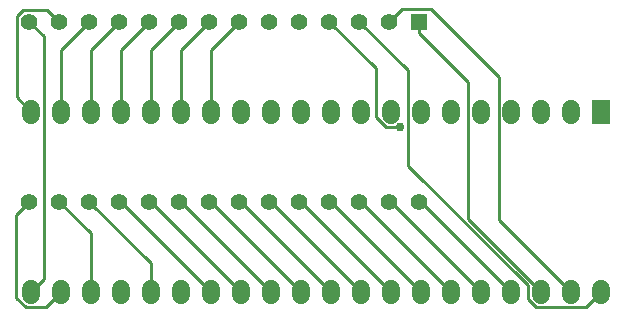
<source format=gbl>
G04 Layer: BottomLayer*
G04 EasyEDA v6.4.19.5, 2021-04-22T10:42:41+01:00*
G04 c08531f617d74a989658789653698faa,70d0fae58ee04a8b949032da60bbe542,10*
G04 Gerber Generator version 0.2*
G04 Scale: 100 percent, Rotated: No, Reflected: No *
G04 Dimensions in inches *
G04 leading zeros omitted , absolute positions ,3 integer and 6 decimal *
%FSLAX36Y36*%
%MOIN*%

%ADD10C,0.0100*%
%ADD11C,0.0300*%
%ADD12R,0.0550X0.0550*%
%ADD13C,0.0550*%
%ADD14R,0.0591X0.0787*%
%ADD15C,0.0600*%
%ADD16C,0.0591*%

%LPD*%
D10*
X210799Y108299D02*
G01*
X163199Y108299D01*
X130000Y141500D01*
X130000Y305000D01*
X-25000Y460000D01*
X780000Y-440000D02*
G01*
X539399Y-199400D01*
X539399Y274699D01*
X312100Y501900D01*
X216899Y501900D01*
X175000Y460000D01*
X75000Y460000D02*
G01*
X236899Y298099D01*
X236899Y-19699D01*
X635699Y-418499D01*
X635699Y-463699D01*
X663000Y-490900D01*
X829099Y-490900D01*
X880000Y-440000D01*
X-420000Y160000D02*
G01*
X-420000Y365000D01*
X-325000Y460000D01*
X-520000Y160000D02*
G01*
X-520000Y365000D01*
X-425000Y460000D01*
X-620000Y160000D02*
G01*
X-620000Y365000D01*
X-525000Y460000D01*
X-720000Y160000D02*
G01*
X-720000Y365000D01*
X-625000Y460000D01*
X-820000Y160000D02*
G01*
X-820000Y365000D01*
X-725000Y460000D01*
X-920000Y160000D02*
G01*
X-920000Y365000D01*
X-825000Y460000D01*
X-1020000Y160000D02*
G01*
X-1068000Y208000D01*
X-1068000Y478299D01*
X-1045799Y500500D01*
X-965500Y500500D01*
X-925000Y460000D01*
X-1020000Y-440000D02*
G01*
X-976199Y-396300D01*
X-976199Y411199D01*
X-1025000Y460000D01*
X-920000Y-440000D02*
G01*
X-970900Y-490900D01*
X-1037200Y-490900D01*
X-1068500Y-459600D01*
X-1068500Y-183499D01*
X-1025000Y-140000D01*
X-820000Y-440000D02*
G01*
X-820000Y-245000D01*
X-925000Y-140000D01*
X-620000Y-440000D02*
G01*
X-620000Y-345000D01*
X-825000Y-140000D01*
X-420000Y-440000D02*
G01*
X-720000Y-140000D01*
X-725000Y-140000D01*
X-320000Y-440000D02*
G01*
X-620000Y-140000D01*
X-625000Y-140000D01*
X-220000Y-440000D02*
G01*
X-520000Y-140000D01*
X-525000Y-140000D01*
X-120000Y-440000D02*
G01*
X-420000Y-140000D01*
X-425000Y-140000D01*
X-20000Y-440000D02*
G01*
X-320000Y-140000D01*
X-325000Y-140000D01*
X80000Y-440000D02*
G01*
X-220000Y-140000D01*
X-225000Y-140000D01*
X180000Y-440000D02*
G01*
X-120000Y-140000D01*
X-125000Y-140000D01*
X280000Y-440000D02*
G01*
X-20000Y-140000D01*
X-25000Y-140000D01*
X380000Y-440000D02*
G01*
X80000Y-140000D01*
X75000Y-140000D01*
X480000Y-440000D02*
G01*
X180000Y-140000D01*
X175000Y-140000D01*
X580000Y-440000D02*
G01*
X280000Y-140000D01*
X275000Y-140000D01*
X275000Y421399D02*
G01*
X438100Y258400D01*
X438100Y-198099D01*
X680000Y-440000D01*
X275000Y460000D02*
G01*
X275000Y421399D01*
D12*
G01*
X275000Y460000D03*
D13*
G01*
X175000Y460000D03*
G01*
X75000Y460000D03*
G01*
X-25000Y460000D03*
G01*
X-125000Y460000D03*
G01*
X-225000Y460000D03*
G01*
X-325000Y460000D03*
G01*
X-425000Y460000D03*
G01*
X-525000Y460000D03*
G01*
X-625000Y460000D03*
G01*
X-725000Y460000D03*
G01*
X-825000Y460000D03*
G01*
X-925000Y460000D03*
G01*
X-1025000Y460000D03*
G01*
X-1025000Y-140000D03*
G01*
X-925000Y-140000D03*
G01*
X-825000Y-140000D03*
G01*
X-725000Y-140000D03*
G01*
X-625000Y-140000D03*
G01*
X-525000Y-140000D03*
G01*
X-425000Y-140000D03*
G01*
X-325000Y-140000D03*
G01*
X-225000Y-140000D03*
G01*
X-125000Y-140000D03*
G01*
X-25000Y-140000D03*
G01*
X75000Y-140000D03*
G01*
X175000Y-140000D03*
G01*
X275000Y-140000D03*
D14*
G01*
X880000Y160000D03*
D11*
G01*
X210799Y108299D03*
D15*
X-920000Y150630D02*
G01*
X-920000Y169369D01*
X-720000Y150630D02*
G01*
X-720000Y169369D01*
X-820000Y150630D02*
G01*
X-820000Y169369D01*
X-320000Y150630D02*
G01*
X-320000Y169369D01*
D16*
X80000Y169843D02*
G01*
X80000Y150156D01*
X180000Y169843D02*
G01*
X180000Y150156D01*
X280000Y169843D02*
G01*
X280000Y150156D01*
X380000Y169843D02*
G01*
X380000Y150156D01*
X480000Y169843D02*
G01*
X480000Y150156D01*
X580000Y169843D02*
G01*
X580000Y150156D01*
X680000Y169843D02*
G01*
X680000Y150156D01*
X780000Y169843D02*
G01*
X780000Y150156D01*
D15*
X-20000Y169369D02*
G01*
X-20000Y150630D01*
X-220000Y169369D02*
G01*
X-220000Y150630D01*
D16*
X-120000Y169843D02*
G01*
X-120000Y150156D01*
D15*
X-420000Y169369D02*
G01*
X-420000Y150630D01*
X-620000Y150630D02*
G01*
X-620000Y169369D01*
X-520000Y150630D02*
G01*
X-520000Y169369D01*
X-1020000Y150630D02*
G01*
X-1020000Y169369D01*
X780000Y-430630D02*
G01*
X780000Y-449369D01*
X880000Y-430630D02*
G01*
X880000Y-449369D01*
X680000Y-430630D02*
G01*
X680000Y-449369D01*
X580000Y-430630D02*
G01*
X580000Y-449369D01*
X-620000Y-430630D02*
G01*
X-620000Y-449369D01*
X-520000Y-430630D02*
G01*
X-520000Y-449369D01*
X-420000Y-430630D02*
G01*
X-420000Y-449369D01*
X-320000Y-430630D02*
G01*
X-320000Y-449369D01*
X-720000Y-430630D02*
G01*
X-720000Y-449369D01*
X-820000Y-430630D02*
G01*
X-820000Y-449369D01*
X-920000Y-430630D02*
G01*
X-920000Y-449369D01*
X-1020000Y-430630D02*
G01*
X-1020000Y-449369D01*
X80000Y-430630D02*
G01*
X80000Y-449369D01*
X-20000Y-430630D02*
G01*
X-20000Y-449369D01*
X-120000Y-430630D02*
G01*
X-120000Y-449369D01*
X-220000Y-430630D02*
G01*
X-220000Y-449369D01*
X180000Y-430630D02*
G01*
X180000Y-449369D01*
X280000Y-430630D02*
G01*
X280000Y-449369D01*
X380000Y-430630D02*
G01*
X380000Y-449369D01*
X480000Y-430630D02*
G01*
X480000Y-449369D01*
M02*

</source>
